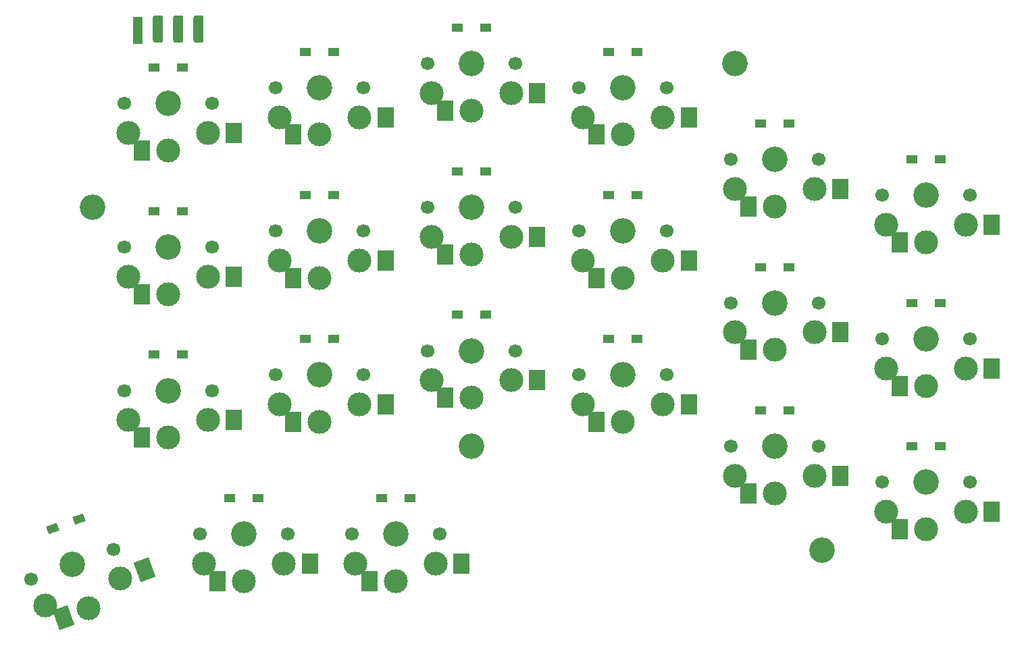
<source format=gts>
%TF.GenerationSoftware,KiCad,Pcbnew,7.0.2-0*%
%TF.CreationDate,2023-05-24T14:01:04+08:00*%
%TF.ProjectId,Input,496e7075-742e-46b6-9963-61645f706362,1*%
%TF.SameCoordinates,PX7bfa480PY6052340*%
%TF.FileFunction,Soldermask,Top*%
%TF.FilePolarity,Negative*%
%FSLAX46Y46*%
G04 Gerber Fmt 4.6, Leading zero omitted, Abs format (unit mm)*
G04 Created by KiCad (PCBNEW 7.0.2-0) date 2023-05-24 14:01:04*
%MOMM*%
%LPD*%
G01*
G04 APERTURE LIST*
G04 Aperture macros list*
%AMRoundRect*
0 Rectangle with rounded corners*
0 $1 Rounding radius*
0 $2 $3 $4 $5 $6 $7 $8 $9 X,Y pos of 4 corners*
0 Add a 4 corners polygon primitive as box body*
4,1,4,$2,$3,$4,$5,$6,$7,$8,$9,$2,$3,0*
0 Add four circle primitives for the rounded corners*
1,1,$1+$1,$2,$3*
1,1,$1+$1,$4,$5*
1,1,$1+$1,$6,$7*
1,1,$1+$1,$8,$9*
0 Add four rect primitives between the rounded corners*
20,1,$1+$1,$2,$3,$4,$5,0*
20,1,$1+$1,$4,$5,$6,$7,0*
20,1,$1+$1,$6,$7,$8,$9,0*
20,1,$1+$1,$8,$9,$2,$3,0*%
%AMRotRect*
0 Rectangle, with rotation*
0 The origin of the aperture is its center*
0 $1 length*
0 $2 width*
0 $3 Rotation angle, in degrees counterclockwise*
0 Add horizontal line*
21,1,$1,$2,0,0,$3*%
G04 Aperture macros list end*
%ADD10C,3.000000*%
%ADD11R,2.000000X2.600000*%
%ADD12C,3.200000*%
%ADD13R,1.400000X1.000000*%
%ADD14RotRect,1.400000X1.000000X20.000000*%
%ADD15R,1.270000X3.429000*%
%ADD16RoundRect,0.317500X-0.317500X-1.397000X0.317500X-1.397000X0.317500X1.397000X-0.317500X1.397000X0*%
%ADD17RotRect,2.000000X2.600000X200.000000*%
%ADD18C,1.700000*%
G04 APERTURE END LIST*
D10*
%TO.C,SW17*%
X24000000Y16300000D03*
D11*
X27255000Y16300000D03*
X15698000Y14100000D03*
%TD*%
D12*
%TO.C,H1*%
X38000000Y-25000000D03*
%TD*%
D10*
%TO.C,SW29*%
X24000000Y-1700000D03*
D11*
X27255000Y-1700000D03*
X15698000Y-3900000D03*
%TD*%
D13*
%TO.C,D27*%
X55225000Y6500000D03*
X58775000Y6500000D03*
%TD*%
%TO.C,D18*%
X-1775000Y22500000D03*
X1775000Y22500000D03*
%TD*%
D10*
%TO.C,SW15*%
X62000000Y16300000D03*
D11*
X65255000Y16300000D03*
X53698000Y14100000D03*
%TD*%
D13*
%TO.C,D15*%
X55225000Y24500000D03*
X58775000Y24500000D03*
%TD*%
%TO.C,D37*%
X93225000Y-25000000D03*
X96775000Y-25000000D03*
%TD*%
%TO.C,D52*%
X26725000Y-31500000D03*
X30275000Y-31500000D03*
%TD*%
%TO.C,D16*%
X36225000Y27500000D03*
X39775000Y27500000D03*
%TD*%
D10*
%TO.C,SW26*%
X81000000Y-10700000D03*
D11*
X84255000Y-10700000D03*
X72698000Y-12900000D03*
%TD*%
D10*
%TO.C,SW38*%
X81000000Y-28700000D03*
D11*
X84255000Y-28700000D03*
X72698000Y-30900000D03*
%TD*%
D14*
%TO.C,D54*%
X-14467954Y-35307086D03*
X-11132046Y-34092914D03*
%TD*%
D10*
%TO.C,SW27*%
X62000000Y-1700000D03*
D11*
X65255000Y-1700000D03*
X53698000Y-3900000D03*
%TD*%
D13*
%TO.C,D53*%
X7725000Y-31500000D03*
X11275000Y-31500000D03*
%TD*%
%TO.C,D39*%
X55225000Y-11500000D03*
X58775000Y-11500000D03*
%TD*%
D10*
%TO.C,SW52*%
X33500000Y-39700000D03*
D11*
X36755000Y-39700000D03*
X25198000Y-41900000D03*
%TD*%
D13*
%TO.C,D42*%
X-1775000Y-13500000D03*
X1775000Y-13500000D03*
%TD*%
%TO.C,D30*%
X-1775000Y4500000D03*
X1775000Y4500000D03*
%TD*%
D10*
%TO.C,SW13*%
X100000000Y2800000D03*
D11*
X103255000Y2800000D03*
X91698000Y600000D03*
%TD*%
D13*
%TO.C,D28*%
X36225000Y9500000D03*
X39775000Y9500000D03*
%TD*%
D10*
%TO.C,SW28*%
X43000000Y1300000D03*
D11*
X46255000Y1300000D03*
X34698000Y-900000D03*
%TD*%
D12*
%TO.C,H2*%
X82000000Y-38000000D03*
%TD*%
D13*
%TO.C,D13*%
X93225000Y11000000D03*
X96775000Y11000000D03*
%TD*%
D10*
%TO.C,SW42*%
X5000000Y-21700000D03*
D11*
X8255000Y-21700000D03*
X-3302000Y-23900000D03*
%TD*%
D10*
%TO.C,SW14*%
X81000000Y7300000D03*
D11*
X84255000Y7300000D03*
X72698000Y5100000D03*
%TD*%
D10*
%TO.C,SW30*%
X5000000Y-3700000D03*
D11*
X8255000Y-3700000D03*
X-3302000Y-5900000D03*
%TD*%
D12*
%TO.C,H3*%
X71000000Y23000000D03*
%TD*%
D15*
%TO.C,J1*%
X-3810000Y27222000D03*
D16*
X-1270000Y27349000D03*
X1270000Y27349000D03*
X3810000Y27349000D03*
%TD*%
D13*
%TO.C,D26*%
X74225000Y-2500000D03*
X77775000Y-2500000D03*
%TD*%
D10*
%TO.C,SW53*%
X14499996Y-39700000D03*
D11*
X17754996Y-39700000D03*
X6197996Y-41900000D03*
%TD*%
D12*
%TO.C,H4*%
X-9500000Y5000000D03*
%TD*%
D10*
%TO.C,SW18*%
X5000000Y14300000D03*
D11*
X8255000Y14300000D03*
X-3302000Y12100000D03*
%TD*%
D10*
%TO.C,SW40*%
X43000000Y-16700000D03*
D11*
X46255000Y-16700000D03*
X34698000Y-18900000D03*
%TD*%
D10*
%TO.C,SW41*%
X24000000Y-19700000D03*
D11*
X27255000Y-19700000D03*
X15698000Y-21900000D03*
%TD*%
D13*
%TO.C,D14*%
X74225000Y15500000D03*
X77775000Y15500000D03*
%TD*%
%TO.C,D17*%
X17225000Y24500000D03*
X20775000Y24500000D03*
%TD*%
D10*
%TO.C,SW39*%
X62000000Y-19700000D03*
D11*
X65255000Y-19700000D03*
X53698000Y-21900000D03*
%TD*%
D13*
%TO.C,D40*%
X36225000Y-8500000D03*
X39775000Y-8500000D03*
%TD*%
D10*
%TO.C,SW25*%
X100000000Y-15200000D03*
D11*
X103255000Y-15200000D03*
X91698000Y-17400000D03*
%TD*%
D13*
%TO.C,D29*%
X17225000Y6500000D03*
X20775000Y6500000D03*
%TD*%
%TO.C,D25*%
X93225000Y-7000000D03*
X96775000Y-7000000D03*
%TD*%
D10*
%TO.C,SW16*%
X43000000Y19300000D03*
D11*
X46255000Y19300000D03*
X34698000Y17100000D03*
%TD*%
D10*
%TO.C,SW54*%
X-6036066Y-41558762D03*
D17*
X-2977367Y-40445486D03*
X-13084950Y-46465537D03*
%TD*%
D10*
%TO.C,SW37*%
X100000000Y-33200000D03*
D11*
X103255000Y-33200000D03*
X91698000Y-35400000D03*
%TD*%
D13*
%TO.C,D38*%
X74225000Y-20500000D03*
X77775000Y-20500000D03*
%TD*%
%TO.C,D41*%
X17225000Y-11500000D03*
X20775000Y-11500000D03*
%TD*%
D18*
%TO.C,SW20*%
X24500000Y20000000D03*
D10*
X19000000Y14100000D03*
D12*
X19000000Y20000000D03*
D10*
X14000000Y16300000D03*
D18*
X13500000Y20000000D03*
%TD*%
%TO.C,SW22*%
X62500000Y20000000D03*
D10*
X57000000Y14100000D03*
D12*
X57000000Y20000000D03*
D10*
X52000000Y16300000D03*
D18*
X51500000Y20000000D03*
%TD*%
%TO.C,SW44*%
X24500000Y-16000000D03*
D10*
X19000000Y-21900000D03*
D12*
X19000000Y-16000000D03*
D10*
X14000000Y-19700000D03*
D18*
X13500000Y-16000000D03*
%TD*%
%TO.C,SW36*%
X100500000Y-11500000D03*
D10*
X95000000Y-17400000D03*
D12*
X95000000Y-11500000D03*
D10*
X90000000Y-15200000D03*
D18*
X89500000Y-11500000D03*
%TD*%
%TO.C,SW34*%
X62500000Y2000000D03*
D10*
X57000000Y-3900000D03*
D12*
X57000000Y2000000D03*
D10*
X52000000Y-1700000D03*
D18*
X51500000Y2000000D03*
%TD*%
%TO.C,SW55*%
X-17168313Y-41673111D03*
D10*
X-15432993Y-44978963D03*
D12*
X-12000004Y-39792000D03*
D10*
X-9982085Y-45336186D03*
D18*
X-6831695Y-37910889D03*
%TD*%
%TO.C,SW21*%
X43500000Y23000000D03*
D10*
X38000000Y17100000D03*
D12*
X38000000Y23000000D03*
D10*
X33000000Y19300000D03*
D18*
X32500000Y23000000D03*
%TD*%
%TO.C,SW19*%
X5500000Y18000000D03*
D10*
X0Y12100000D03*
D12*
X0Y18000000D03*
D10*
X-5000000Y14300000D03*
D18*
X-5500000Y18000000D03*
%TD*%
%TO.C,SW45*%
X43500000Y-13000000D03*
D10*
X38000000Y-18900000D03*
D12*
X38000000Y-13000000D03*
D10*
X33000000Y-16700000D03*
D18*
X32500000Y-13000000D03*
%TD*%
%TO.C,SW33*%
X43500000Y5000000D03*
D10*
X38000000Y-900000D03*
D12*
X38000000Y5000000D03*
D10*
X33000000Y1300000D03*
D18*
X32500000Y5000000D03*
%TD*%
%TO.C,SW24*%
X100500000Y6500000D03*
D10*
X95000000Y600000D03*
D12*
X95000000Y6500000D03*
D10*
X90000000Y2800000D03*
D18*
X89500000Y6500000D03*
%TD*%
%TO.C,SW47*%
X81500000Y-25000000D03*
D10*
X76000000Y-30900000D03*
D12*
X76000000Y-25000000D03*
D10*
X71000000Y-28700000D03*
D18*
X70500000Y-25000000D03*
%TD*%
%TO.C,SW32*%
X24500000Y2000000D03*
D10*
X19000000Y-3900000D03*
D12*
X19000000Y2000000D03*
D10*
X14000000Y-1700000D03*
D18*
X13500000Y2000000D03*
%TD*%
%TO.C,SW35*%
X81500000Y-7000000D03*
D10*
X76000000Y-12900000D03*
D12*
X76000000Y-7000000D03*
D10*
X71000000Y-10700000D03*
D18*
X70500000Y-7000000D03*
%TD*%
%TO.C,SW43*%
X5500000Y-18000000D03*
D10*
X0Y-23900000D03*
D12*
X0Y-18000000D03*
D10*
X-5000000Y-21700000D03*
D18*
X-5500000Y-18000000D03*
%TD*%
%TO.C,SW31*%
X5500000Y0D03*
D10*
X0Y-5900000D03*
D12*
X0Y0D03*
D10*
X-5000000Y-3700000D03*
D18*
X-5500000Y0D03*
%TD*%
%TO.C,SW23*%
X81500000Y11000000D03*
D10*
X76000000Y5100000D03*
D12*
X76000000Y11000000D03*
D10*
X71000000Y7300000D03*
D18*
X70500000Y11000000D03*
%TD*%
%TO.C,SW48*%
X100500000Y-29500000D03*
D10*
X95000000Y-35400000D03*
D12*
X95000000Y-29500000D03*
D10*
X90000000Y-33200000D03*
D18*
X89500000Y-29500000D03*
%TD*%
%TO.C,SW46*%
X62500000Y-16000000D03*
D10*
X57000000Y-21900000D03*
D12*
X57000000Y-16000000D03*
D10*
X52000000Y-19700000D03*
D18*
X51500000Y-16000000D03*
%TD*%
%TO.C,SW56*%
X14999996Y-36000000D03*
D10*
X9499996Y-41900000D03*
D12*
X9499996Y-36000000D03*
D10*
X4499996Y-39700000D03*
D18*
X3999996Y-36000000D03*
%TD*%
%TO.C,SW57*%
X34000000Y-36000000D03*
D10*
X28500000Y-41900000D03*
D12*
X28500000Y-36000000D03*
D10*
X23500000Y-39700000D03*
D18*
X23000000Y-36000000D03*
%TD*%
M02*

</source>
